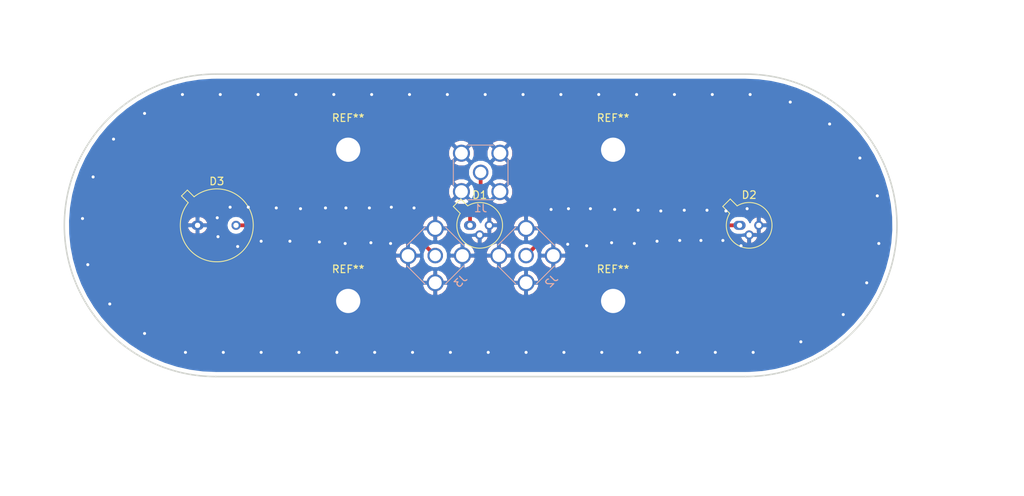
<source format=kicad_pcb>
(kicad_pcb (version 20171130) (host pcbnew 5.0.2-bee76a0~70~ubuntu18.04.1)

  (general
    (thickness 1.6)
    (drawings 7)
    (tracks 91)
    (zones 0)
    (modules 10)
    (nets 5)
  )

  (page A4)
  (layers
    (0 F.Cu signal)
    (31 B.Cu signal)
    (32 B.Adhes user)
    (33 F.Adhes user)
    (34 B.Paste user)
    (35 F.Paste user)
    (36 B.SilkS user)
    (37 F.SilkS user)
    (38 B.Mask user)
    (39 F.Mask user)
    (40 Dwgs.User user)
    (41 Cmts.User user)
    (42 Eco1.User user)
    (43 Eco2.User user)
    (44 Edge.Cuts user)
    (45 Margin user)
    (46 B.CrtYd user)
    (47 F.CrtYd user)
    (48 B.Fab user)
    (49 F.Fab user)
  )

  (setup
    (last_trace_width 0.5)
    (user_trace_width 0.5)
    (user_trace_width 1)
    (user_trace_width 2)
    (trace_clearance 0.2)
    (zone_clearance 0.508)
    (zone_45_only no)
    (trace_min 0.2)
    (segment_width 0.2)
    (edge_width 0.2)
    (via_size 0.8)
    (via_drill 0.4)
    (via_min_size 0.4)
    (via_min_drill 0.3)
    (uvia_size 0.3)
    (uvia_drill 0.1)
    (uvias_allowed no)
    (uvia_min_size 0.2)
    (uvia_min_drill 0.1)
    (pcb_text_width 0.3)
    (pcb_text_size 1.5 1.5)
    (mod_edge_width 0.15)
    (mod_text_size 1 1)
    (mod_text_width 0.15)
    (pad_size 6.4 6.4)
    (pad_drill 3.2)
    (pad_to_mask_clearance 0.051)
    (solder_mask_min_width 0.25)
    (aux_axis_origin 0 0)
    (visible_elements FFFFFF7F)
    (pcbplotparams
      (layerselection 0x010fc_ffffffff)
      (usegerberextensions false)
      (usegerberattributes false)
      (usegerberadvancedattributes false)
      (creategerberjobfile false)
      (excludeedgelayer true)
      (linewidth 0.100000)
      (plotframeref false)
      (viasonmask false)
      (mode 1)
      (useauxorigin false)
      (hpglpennumber 1)
      (hpglpenspeed 20)
      (hpglpendiameter 15.000000)
      (psnegative false)
      (psa4output false)
      (plotreference true)
      (plotvalue true)
      (plotinvisibletext false)
      (padsonsilk false)
      (subtractmaskfromsilk false)
      (outputformat 1)
      (mirror false)
      (drillshape 1)
      (scaleselection 1)
      (outputdirectory ""))
  )

  (net 0 "")
  (net 1 "Net-(D1-Pad1)")
  (net 2 GND)
  (net 3 "Net-(D2-Pad1)")
  (net 4 "Net-(D3-Pad2)")

  (net_class Default "This is the default net class."
    (clearance 0.2)
    (trace_width 0.25)
    (via_dia 0.8)
    (via_drill 0.4)
    (uvia_dia 0.3)
    (uvia_drill 0.1)
    (add_net GND)
    (add_net "Net-(D1-Pad1)")
    (add_net "Net-(D2-Pad1)")
    (add_net "Net-(D3-Pad2)")
  )

  (module MountingHole:MountingHole_3.2mm_M3_Pad (layer F.Cu) (tedit 5DB82576) (tstamp 5DC54261)
    (at 117.5 110)
    (descr "Mounting Hole 3.2mm, M3")
    (tags "mounting hole 3.2mm m3")
    (attr virtual)
    (fp_text reference REF** (at 0 -4.2) (layer F.SilkS)
      (effects (font (size 1 1) (thickness 0.15)))
    )
    (fp_text value MountingHole_3.2mm_M3_Pad (at 0 4.2) (layer F.Fab)
      (effects (font (size 1 1) (thickness 0.15)))
    )
    (fp_text user %R (at 0.3 0) (layer F.Fab)
      (effects (font (size 1 1) (thickness 0.15)))
    )
    (fp_circle (center 0 0) (end 3.2 0) (layer Cmts.User) (width 0.15))
    (fp_circle (center 0 0) (end 3.45 0) (layer F.CrtYd) (width 0.05))
    (pad 1 thru_hole circle (at 0 0) (size 6.4 6.4) (drill 3.2) (layers *.Cu *.Mask)
      (net 2 GND) (zone_connect 2))
  )

  (module MountingHole:MountingHole_3.2mm_M3_Pad (layer F.Cu) (tedit 5DB8255D) (tstamp 5DC54117)
    (at 152.5 110)
    (descr "Mounting Hole 3.2mm, M3")
    (tags "mounting hole 3.2mm m3")
    (attr virtual)
    (fp_text reference REF** (at 0 -4.2) (layer F.SilkS)
      (effects (font (size 1 1) (thickness 0.15)))
    )
    (fp_text value MountingHole_3.2mm_M3_Pad (at 0 4.2) (layer F.Fab)
      (effects (font (size 1 1) (thickness 0.15)))
    )
    (fp_text user %R (at 0.3 0) (layer F.Fab)
      (effects (font (size 1 1) (thickness 0.15)))
    )
    (fp_circle (center 0 0) (end 3.2 0) (layer Cmts.User) (width 0.15))
    (fp_circle (center 0 0) (end 3.45 0) (layer F.CrtYd) (width 0.05))
    (pad 1 thru_hole circle (at 0 0) (size 6.4 6.4) (drill 3.2) (layers *.Cu *.Mask)
      (net 2 GND) (zone_connect 2))
  )

  (module MountingHole:MountingHole_3.2mm_M3_Pad (layer F.Cu) (tedit 5DB82569) (tstamp 5DBA9FFC)
    (at 152.5 90)
    (descr "Mounting Hole 3.2mm, M3")
    (tags "mounting hole 3.2mm m3")
    (attr virtual)
    (fp_text reference REF** (at 0 -4.2) (layer F.SilkS)
      (effects (font (size 1 1) (thickness 0.15)))
    )
    (fp_text value MountingHole_3.2mm_M3_Pad (at 0 4.2) (layer F.Fab)
      (effects (font (size 1 1) (thickness 0.15)))
    )
    (fp_text user %R (at 0.3 0) (layer F.Fab)
      (effects (font (size 1 1) (thickness 0.15)))
    )
    (fp_circle (center 0 0) (end 3.2 0) (layer Cmts.User) (width 0.15))
    (fp_circle (center 0 0) (end 3.45 0) (layer F.CrtYd) (width 0.05))
    (pad 1 thru_hole circle (at 0 0) (size 6.4 6.4) (drill 3.2) (layers *.Cu *.Mask)
      (net 2 GND) (zone_connect 2))
  )

  (module Package_TO_SOT_THT:TO-18-3_Window (layer F.Cu) (tedit 5A02FF81) (tstamp 5DC5310C)
    (at 133.6 100)
    (descr "TO-18-3_Window, Window")
    (tags "TO-18-3_Window Window")
    (path /5DB81EDE)
    (fp_text reference D1 (at 1.27 -4.02) (layer F.SilkS)
      (effects (font (size 1 1) (thickness 0.15)))
    )
    (fp_text value G12183-003K (at 1.27 4.02) (layer F.Fab)
      (effects (font (size 1 1) (thickness 0.15)))
    )
    (fp_text user %R (at 1.27 -4.02) (layer F.Fab)
      (effects (font (size 1 1) (thickness 0.15)))
    )
    (fp_line (start -0.329057 -2.419301) (end -1.156372 -3.246616) (layer F.Fab) (width 0.1))
    (fp_line (start -1.156372 -3.246616) (end -1.976616 -2.426372) (layer F.Fab) (width 0.1))
    (fp_line (start -1.976616 -2.426372) (end -1.149301 -1.599057) (layer F.Fab) (width 0.1))
    (fp_line (start 1.553 -1.98) (end 3.25 -0.283) (layer F.Fab) (width 0.1))
    (fp_line (start 0.987 -1.98) (end 3.25 0.283) (layer F.Fab) (width 0.1))
    (fp_line (start 0.539 -1.862) (end 3.132 0.731) (layer F.Fab) (width 0.1))
    (fp_line (start 0.167 -1.669) (end 2.939 1.103) (layer F.Fab) (width 0.1))
    (fp_line (start -0.145 -1.415) (end 2.685 1.415) (layer F.Fab) (width 0.1))
    (fp_line (start -0.399 -1.103) (end 2.373 1.669) (layer F.Fab) (width 0.1))
    (fp_line (start -0.592 -0.731) (end 2.001 1.862) (layer F.Fab) (width 0.1))
    (fp_line (start -0.71 -0.283) (end 1.553 1.98) (layer F.Fab) (width 0.1))
    (fp_line (start -0.71 0.283) (end 0.987 1.98) (layer F.Fab) (width 0.1))
    (fp_line (start -0.312331 -2.572281) (end -1.224499 -3.484448) (layer F.SilkS) (width 0.12))
    (fp_line (start -1.224499 -3.484448) (end -2.214448 -2.494499) (layer F.SilkS) (width 0.12))
    (fp_line (start -2.214448 -2.494499) (end -1.302281 -1.582331) (layer F.SilkS) (width 0.12))
    (fp_line (start -2.23 -3.5) (end -2.23 3.15) (layer F.CrtYd) (width 0.05))
    (fp_line (start -2.23 3.15) (end 4.42 3.15) (layer F.CrtYd) (width 0.05))
    (fp_line (start 4.42 3.15) (end 4.42 -3.5) (layer F.CrtYd) (width 0.05))
    (fp_line (start 4.42 -3.5) (end -2.23 -3.5) (layer F.CrtYd) (width 0.05))
    (fp_circle (center 1.27 0) (end 3.67 0) (layer F.Fab) (width 0.1))
    (fp_circle (center 1.27 0) (end 3.27 0) (layer F.Fab) (width 0.1))
    (fp_arc (start 1.27 0) (end -0.329057 -2.419301) (angle 336.9) (layer F.Fab) (width 0.1))
    (fp_arc (start 1.27 0) (end -0.312331 -2.572281) (angle 333.2) (layer F.SilkS) (width 0.12))
    (pad 1 thru_hole oval (at 0 0) (size 1.6 1.2) (drill 0.7) (layers *.Cu *.Mask)
      (net 1 "Net-(D1-Pad1)"))
    (pad 2 thru_hole oval (at 1.27 1.27) (size 1.2 1.2) (drill 0.7) (layers *.Cu *.Mask)
      (net 2 GND))
    (pad 3 thru_hole oval (at 2.54 0) (size 1.2 1.2) (drill 0.7) (layers *.Cu *.Mask)
      (net 2 GND))
    (model ${KISYS3DMOD}/Package_TO_SOT_THT.3dshapes/TO-18-3_Window.wrl
      (at (xyz 0 0 0))
      (scale (xyz 1 1 1))
      (rotate (xyz 0 0 0))
    )
  )

  (module Package_TO_SOT_THT:TO-46-3_Window (layer F.Cu) (tedit 5A02FF81) (tstamp 5DC5312B)
    (at 169.2 100)
    (descr "TO-46-3_Window, Window")
    (tags "TO-46-3_Window Window")
    (path /5DB8193F)
    (fp_text reference D2 (at 1.27 -4.02) (layer F.SilkS)
      (effects (font (size 1 1) (thickness 0.15)))
    )
    (fp_text value MTPD1346D-100 (at 1.27 4.02) (layer F.Fab)
      (effects (font (size 1 1) (thickness 0.15)))
    )
    (fp_text user %R (at 1.27 -4.02) (layer F.Fab)
      (effects (font (size 1 1) (thickness 0.15)))
    )
    (fp_line (start -0.329057 -2.419301) (end -1.156372 -3.246616) (layer F.Fab) (width 0.1))
    (fp_line (start -1.156372 -3.246616) (end -1.976616 -2.426372) (layer F.Fab) (width 0.1))
    (fp_line (start -1.976616 -2.426372) (end -1.149301 -1.599057) (layer F.Fab) (width 0.1))
    (fp_line (start 1.553 -1.98) (end 3.25 -0.283) (layer F.Fab) (width 0.1))
    (fp_line (start 0.987 -1.98) (end 3.25 0.283) (layer F.Fab) (width 0.1))
    (fp_line (start 0.539 -1.862) (end 3.132 0.731) (layer F.Fab) (width 0.1))
    (fp_line (start 0.167 -1.669) (end 2.939 1.103) (layer F.Fab) (width 0.1))
    (fp_line (start -0.145 -1.415) (end 2.685 1.415) (layer F.Fab) (width 0.1))
    (fp_line (start -0.399 -1.103) (end 2.373 1.669) (layer F.Fab) (width 0.1))
    (fp_line (start -0.592 -0.731) (end 2.001 1.862) (layer F.Fab) (width 0.1))
    (fp_line (start -0.71 -0.283) (end 1.553 1.98) (layer F.Fab) (width 0.1))
    (fp_line (start -0.71 0.283) (end 0.987 1.98) (layer F.Fab) (width 0.1))
    (fp_line (start -0.312331 -2.572281) (end -1.224499 -3.484448) (layer F.SilkS) (width 0.12))
    (fp_line (start -1.224499 -3.484448) (end -2.214448 -2.494499) (layer F.SilkS) (width 0.12))
    (fp_line (start -2.214448 -2.494499) (end -1.302281 -1.582331) (layer F.SilkS) (width 0.12))
    (fp_line (start -2.23 -3.5) (end -2.23 3.15) (layer F.CrtYd) (width 0.05))
    (fp_line (start -2.23 3.15) (end 4.42 3.15) (layer F.CrtYd) (width 0.05))
    (fp_line (start 4.42 3.15) (end 4.42 -3.5) (layer F.CrtYd) (width 0.05))
    (fp_line (start 4.42 -3.5) (end -2.23 -3.5) (layer F.CrtYd) (width 0.05))
    (fp_circle (center 1.27 0) (end 3.67 0) (layer F.Fab) (width 0.1))
    (fp_circle (center 1.27 0) (end 3.27 0) (layer F.Fab) (width 0.1))
    (fp_arc (start 1.27 0) (end -0.329057 -2.419301) (angle 336.9) (layer F.Fab) (width 0.1))
    (fp_arc (start 1.27 0) (end -0.312331 -2.572281) (angle 333.2) (layer F.SilkS) (width 0.12))
    (pad 1 thru_hole oval (at 0 0) (size 1.6 1.2) (drill 0.7) (layers *.Cu *.Mask)
      (net 3 "Net-(D2-Pad1)"))
    (pad 2 thru_hole oval (at 1.27 1.27) (size 1.2 1.2) (drill 0.7) (layers *.Cu *.Mask)
      (net 2 GND))
    (pad 3 thru_hole oval (at 2.54 0) (size 1.2 1.2) (drill 0.7) (layers *.Cu *.Mask)
      (net 2 GND))
    (model ${KISYS3DMOD}/Package_TO_SOT_THT.3dshapes/TO-46-3_Window.wrl
      (at (xyz 0 0 0))
      (scale (xyz 1 1 1))
      (rotate (xyz 0 0 0))
    )
  )

  (module Package_TO_SOT_THT:TO-5-2_Window (layer F.Cu) (tedit 5A02FF81) (tstamp 5DC5314F)
    (at 97.6 100)
    (descr "TO-5-2_Window, Window")
    (tags "TO-5-2_Window Window")
    (path /5DB832B5)
    (fp_text reference D3 (at 2.54 -5.82) (layer F.SilkS)
      (effects (font (size 1 1) (thickness 0.15)))
    )
    (fp_text value BPW21R (at 2.54 5.82) (layer F.Fab)
      (effects (font (size 1 1) (thickness 0.15)))
    )
    (fp_text user %R (at 2.54 -5.82) (layer F.Fab)
      (effects (font (size 1 1) (thickness 0.15)))
    )
    (fp_line (start -0.465408 -3.61352) (end -1.27151 -4.419621) (layer F.Fab) (width 0.1))
    (fp_line (start -1.27151 -4.419621) (end -1.879621 -3.81151) (layer F.Fab) (width 0.1))
    (fp_line (start -1.879621 -3.81151) (end -1.07352 -3.005408) (layer F.Fab) (width 0.1))
    (fp_line (start 3.864 -2.637) (end 5.177 -1.324) (layer F.Fab) (width 0.1))
    (fp_line (start 3.025 -2.911) (end 5.451 -0.485) (layer F.Fab) (width 0.1))
    (fp_line (start 2.42 -2.948) (end 5.488 0.12) (layer F.Fab) (width 0.1))
    (fp_line (start 1.918 -2.884) (end 5.424 0.622) (layer F.Fab) (width 0.1))
    (fp_line (start 1.482 -2.755) (end 5.295 1.058) (layer F.Fab) (width 0.1))
    (fp_line (start 1.097 -2.574) (end 5.114 1.443) (layer F.Fab) (width 0.1))
    (fp_line (start 0.756 -2.35) (end 4.89 1.784) (layer F.Fab) (width 0.1))
    (fp_line (start 0.454 -2.086) (end 4.626 2.086) (layer F.Fab) (width 0.1))
    (fp_line (start 0.19 -1.784) (end 4.324 2.35) (layer F.Fab) (width 0.1))
    (fp_line (start -0.034 -1.443) (end 3.983 2.574) (layer F.Fab) (width 0.1))
    (fp_line (start -0.215 -1.058) (end 3.598 2.755) (layer F.Fab) (width 0.1))
    (fp_line (start -0.344 -0.622) (end 3.162 2.884) (layer F.Fab) (width 0.1))
    (fp_line (start -0.408 -0.12) (end 2.66 2.948) (layer F.Fab) (width 0.1))
    (fp_line (start -0.371 0.485) (end 2.055 2.911) (layer F.Fab) (width 0.1))
    (fp_line (start -0.097 1.324) (end 1.216 2.637) (layer F.Fab) (width 0.1))
    (fp_line (start -0.457084 -3.774902) (end -1.348039 -4.665856) (layer F.SilkS) (width 0.12))
    (fp_line (start -1.348039 -4.665856) (end -2.125856 -3.888039) (layer F.SilkS) (width 0.12))
    (fp_line (start -2.125856 -3.888039) (end -1.234902 -2.997084) (layer F.SilkS) (width 0.12))
    (fp_line (start -2.41 -4.95) (end -2.41 4.95) (layer F.CrtYd) (width 0.05))
    (fp_line (start -2.41 4.95) (end 7.49 4.95) (layer F.CrtYd) (width 0.05))
    (fp_line (start 7.49 4.95) (end 7.49 -4.95) (layer F.CrtYd) (width 0.05))
    (fp_line (start 7.49 -4.95) (end -2.41 -4.95) (layer F.CrtYd) (width 0.05))
    (fp_circle (center 2.54 0) (end 6.79 0) (layer F.Fab) (width 0.1))
    (fp_circle (center 2.54 0) (end 5.49 0) (layer F.Fab) (width 0.1))
    (fp_arc (start 2.54 0) (end -0.465408 -3.61352) (angle 349.5) (layer F.Fab) (width 0.1))
    (fp_arc (start 2.54 0) (end -0.457084 -3.774902) (angle 346.9) (layer F.SilkS) (width 0.12))
    (pad 1 thru_hole oval (at 0 0) (size 1.6 1.2) (drill 0.7) (layers *.Cu *.Mask)
      (net 2 GND))
    (pad 2 thru_hole oval (at 5.08 0) (size 1.2 1.2) (drill 0.7) (layers *.Cu *.Mask)
      (net 4 "Net-(D3-Pad2)"))
    (model ${KISYS3DMOD}/Package_TO_SOT_THT.3dshapes/TO-5-2_Window.wrl
      (at (xyz 0 0 0))
      (scale (xyz 1 1 1))
      (rotate (xyz 0 0 0))
    )
  )

  (module Connector_Coaxial:SMA_Amphenol_132291-12_Vertical (layer B.Cu) (tedit 5B433F39) (tstamp 5DC53166)
    (at 135 93)
    (descr https://www.amphenolrf.com/downloads/dl/file/id/1688/product/3020/132291_12_customer_drawing.pdf)
    (tags "SMA THT Female Jack Vertical Bulkhead")
    (path /5DB81412)
    (fp_text reference J1 (at 0 4.75) (layer B.SilkS)
      (effects (font (size 1 1) (thickness 0.15)) (justify mirror))
    )
    (fp_text value Conn_Coaxial (at 0 -5) (layer B.Fab)
      (effects (font (size 1 1) (thickness 0.15)) (justify mirror))
    )
    (fp_circle (center 0 0) (end 3.175 0) (layer B.Fab) (width 0.1))
    (fp_line (start 4.17 -4.17) (end -4.17 -4.17) (layer B.CrtYd) (width 0.05))
    (fp_line (start 4.17 -4.17) (end 4.17 4.17) (layer B.CrtYd) (width 0.05))
    (fp_line (start -4.17 4.17) (end -4.17 -4.17) (layer B.CrtYd) (width 0.05))
    (fp_line (start -4.17 4.17) (end 4.17 4.17) (layer B.CrtYd) (width 0.05))
    (fp_line (start -3.5 3.5) (end 3.5 3.5) (layer B.Fab) (width 0.1))
    (fp_line (start -3.5 3.5) (end -3.5 -3.5) (layer B.Fab) (width 0.1))
    (fp_line (start -3.5 -3.5) (end 3.5 -3.5) (layer B.Fab) (width 0.1))
    (fp_line (start 3.5 3.5) (end 3.5 -3.5) (layer B.Fab) (width 0.1))
    (fp_line (start 3.61 1.66) (end 3.61 -1.66) (layer B.SilkS) (width 0.12))
    (fp_text user %R (at 0 0) (layer B.Fab)
      (effects (font (size 1 1) (thickness 0.15)) (justify mirror))
    )
    (fp_line (start -3.61 1.66) (end -3.61 -1.66) (layer B.SilkS) (width 0.12))
    (fp_line (start 1.66 3.61) (end -1.66 3.61) (layer B.SilkS) (width 0.12))
    (fp_line (start 1.66 -3.61) (end -1.66 -3.61) (layer B.SilkS) (width 0.12))
    (pad 1 thru_hole circle (at 0 0) (size 2.05 2.05) (drill 1.5) (layers *.Cu *.Mask)
      (net 1 "Net-(D1-Pad1)"))
    (pad 2 thru_hole circle (at 2.54 -2.54) (size 2.25 2.25) (drill 1.7) (layers *.Cu *.Mask)
      (net 2 GND))
    (pad 2 thru_hole circle (at 2.54 2.54) (size 2.25 2.25) (drill 1.7) (layers *.Cu *.Mask)
      (net 2 GND))
    (pad 2 thru_hole circle (at -2.54 2.54) (size 2.25 2.25) (drill 1.7) (layers *.Cu *.Mask)
      (net 2 GND))
    (pad 2 thru_hole circle (at -2.54 -2.54) (size 2.25 2.25) (drill 1.7) (layers *.Cu *.Mask)
      (net 2 GND))
    (model /home/marcel/PCB/my_components.pretty/TE_Conn_SMA_5-1814832-1.stp
      (offset (xyz 0 0 9.5))
      (scale (xyz 1 1 1))
      (rotate (xyz 0 0 0))
    )
  )

  (module Connector_Coaxial:SMA_Amphenol_132291-12_Vertical (layer B.Cu) (tedit 5B433F39) (tstamp 5DC5317D)
    (at 141 104 45)
    (descr https://www.amphenolrf.com/downloads/dl/file/id/1688/product/3020/132291_12_customer_drawing.pdf)
    (tags "SMA THT Female Jack Vertical Bulkhead")
    (path /5DB81552)
    (fp_text reference J2 (at 0 4.75 45) (layer B.SilkS)
      (effects (font (size 1 1) (thickness 0.15)) (justify mirror))
    )
    (fp_text value Conn_Coaxial (at 0 -5 45) (layer B.Fab)
      (effects (font (size 1 1) (thickness 0.15)) (justify mirror))
    )
    (fp_line (start 1.66 -3.61) (end -1.66 -3.61) (layer B.SilkS) (width 0.12))
    (fp_line (start 1.66 3.61) (end -1.66 3.61) (layer B.SilkS) (width 0.12))
    (fp_line (start -3.61 1.66) (end -3.61 -1.66) (layer B.SilkS) (width 0.12))
    (fp_text user %R (at 0 0 45) (layer B.Fab)
      (effects (font (size 1 1) (thickness 0.15)) (justify mirror))
    )
    (fp_line (start 3.61 1.66) (end 3.61 -1.66) (layer B.SilkS) (width 0.12))
    (fp_line (start 3.5 3.5) (end 3.5 -3.5) (layer B.Fab) (width 0.1))
    (fp_line (start -3.5 -3.5) (end 3.5 -3.5) (layer B.Fab) (width 0.1))
    (fp_line (start -3.5 3.5) (end -3.5 -3.5) (layer B.Fab) (width 0.1))
    (fp_line (start -3.5 3.5) (end 3.5 3.5) (layer B.Fab) (width 0.1))
    (fp_line (start -4.17 4.17) (end 4.17 4.17) (layer B.CrtYd) (width 0.05))
    (fp_line (start -4.17 4.17) (end -4.17 -4.17) (layer B.CrtYd) (width 0.05))
    (fp_line (start 4.17 -4.17) (end 4.17 4.17) (layer B.CrtYd) (width 0.05))
    (fp_line (start 4.17 -4.17) (end -4.17 -4.17) (layer B.CrtYd) (width 0.05))
    (fp_circle (center 0 0) (end 3.175 0) (layer B.Fab) (width 0.1))
    (pad 2 thru_hole circle (at -2.54 -2.54 45) (size 2.25 2.25) (drill 1.7) (layers *.Cu *.Mask)
      (net 2 GND))
    (pad 2 thru_hole circle (at -2.54 2.54 45) (size 2.25 2.25) (drill 1.7) (layers *.Cu *.Mask)
      (net 2 GND))
    (pad 2 thru_hole circle (at 2.54 2.54 45) (size 2.25 2.25) (drill 1.7) (layers *.Cu *.Mask)
      (net 2 GND))
    (pad 2 thru_hole circle (at 2.54 -2.54 45) (size 2.25 2.25) (drill 1.7) (layers *.Cu *.Mask)
      (net 2 GND))
    (pad 1 thru_hole circle (at 0 0 45) (size 2.05 2.05) (drill 1.5) (layers *.Cu *.Mask)
      (net 3 "Net-(D2-Pad1)"))
    (model /home/marcel/PCB/my_components.pretty/TE_Conn_SMA_5-1814832-1.stp
      (offset (xyz 0 0 9.5))
      (scale (xyz 1 1 1))
      (rotate (xyz 0 0 0))
    )
  )

  (module Connector_Coaxial:SMA_Amphenol_132291-12_Vertical (layer B.Cu) (tedit 5B433F39) (tstamp 5DC53194)
    (at 129 104 45)
    (descr https://www.amphenolrf.com/downloads/dl/file/id/1688/product/3020/132291_12_customer_drawing.pdf)
    (tags "SMA THT Female Jack Vertical Bulkhead")
    (path /5DB815B2)
    (fp_text reference J3 (at 0 4.75 45) (layer B.SilkS)
      (effects (font (size 1 1) (thickness 0.15)) (justify mirror))
    )
    (fp_text value Conn_Coaxial (at 0 -5 45) (layer B.Fab)
      (effects (font (size 1 1) (thickness 0.15)) (justify mirror))
    )
    (fp_circle (center 0 0) (end 3.175 0) (layer B.Fab) (width 0.1))
    (fp_line (start 4.17 -4.17) (end -4.17 -4.17) (layer B.CrtYd) (width 0.05))
    (fp_line (start 4.17 -4.17) (end 4.17 4.17) (layer B.CrtYd) (width 0.05))
    (fp_line (start -4.17 4.17) (end -4.17 -4.17) (layer B.CrtYd) (width 0.05))
    (fp_line (start -4.17 4.17) (end 4.17 4.17) (layer B.CrtYd) (width 0.05))
    (fp_line (start -3.5 3.5) (end 3.5 3.5) (layer B.Fab) (width 0.1))
    (fp_line (start -3.5 3.5) (end -3.5 -3.5) (layer B.Fab) (width 0.1))
    (fp_line (start -3.5 -3.5) (end 3.5 -3.5) (layer B.Fab) (width 0.1))
    (fp_line (start 3.5 3.5) (end 3.5 -3.5) (layer B.Fab) (width 0.1))
    (fp_line (start 3.61 1.66) (end 3.61 -1.66) (layer B.SilkS) (width 0.12))
    (fp_text user %R (at 0 0 45) (layer B.Fab)
      (effects (font (size 1 1) (thickness 0.15)) (justify mirror))
    )
    (fp_line (start -3.61 1.66) (end -3.61 -1.66) (layer B.SilkS) (width 0.12))
    (fp_line (start 1.66 3.61) (end -1.66 3.61) (layer B.SilkS) (width 0.12))
    (fp_line (start 1.66 -3.61) (end -1.66 -3.61) (layer B.SilkS) (width 0.12))
    (pad 1 thru_hole circle (at 0 0 45) (size 2.05 2.05) (drill 1.5) (layers *.Cu *.Mask)
      (net 4 "Net-(D3-Pad2)"))
    (pad 2 thru_hole circle (at 2.54 -2.54 45) (size 2.25 2.25) (drill 1.7) (layers *.Cu *.Mask)
      (net 2 GND))
    (pad 2 thru_hole circle (at 2.54 2.54 45) (size 2.25 2.25) (drill 1.7) (layers *.Cu *.Mask)
      (net 2 GND))
    (pad 2 thru_hole circle (at -2.54 2.54 45) (size 2.25 2.25) (drill 1.7) (layers *.Cu *.Mask)
      (net 2 GND))
    (pad 2 thru_hole circle (at -2.54 -2.54 45) (size 2.25 2.25) (drill 1.7) (layers *.Cu *.Mask)
      (net 2 GND))
    (model /home/marcel/PCB/my_components.pretty/TE_Conn_SMA_5-1814832-1.stp
      (offset (xyz 0 0 9.5))
      (scale (xyz 1 1 1))
      (rotate (xyz 0 0 0))
    )
  )

  (module MountingHole:MountingHole_3.2mm_M3_Pad (layer F.Cu) (tedit 5DB82570) (tstamp 5DC540F9)
    (at 117.5 90)
    (descr "Mounting Hole 3.2mm, M3")
    (tags "mounting hole 3.2mm m3")
    (attr virtual)
    (fp_text reference REF** (at 0 -4.2) (layer F.SilkS)
      (effects (font (size 1 1) (thickness 0.15)))
    )
    (fp_text value MountingHole_3.2mm_M3_Pad (at 0 4.2) (layer F.Fab)
      (effects (font (size 1 1) (thickness 0.15)))
    )
    (fp_circle (center 0 0) (end 3.45 0) (layer F.CrtYd) (width 0.05))
    (fp_circle (center 0 0) (end 3.2 0) (layer Cmts.User) (width 0.15))
    (fp_text user %R (at 0.3 0) (layer F.Fab)
      (effects (font (size 1 1) (thickness 0.15)))
    )
    (pad 1 thru_hole circle (at 0 0) (size 6.4 6.4) (drill 3.2) (layers *.Cu *.Mask)
      (net 2 GND) (zone_connect 2))
  )

  (gr_line (start 100 120) (end 170 120) (layer Edge.Cuts) (width 0.2))
  (gr_line (start 100 80) (end 170 80) (layer Edge.Cuts) (width 0.2))
  (gr_arc (start 170 100) (end 170 120) (angle -180) (layer Edge.Cuts) (width 0.2) (tstamp 5DC542C7))
  (gr_arc (start 100 100) (end 100 80) (angle -180) (layer Edge.Cuts) (width 0.2))
  (gr_circle (center 170 100) (end 182.7 100) (layer Dwgs.User) (width 0.2) (tstamp 5DC53A18))
  (gr_circle (center 135 100) (end 147.7 100) (layer Dwgs.User) (width 0.2) (tstamp 5DC53A16))
  (gr_circle (center 100 100) (end 112.7 100) (layer Dwgs.User) (width 0.2))

  (segment (start 133.6 98.8) (end 133.6 100) (width 0.5) (layer F.Cu) (net 1))
  (segment (start 135 93) (end 135 97.4) (width 0.5) (layer F.Cu) (net 1))
  (segment (start 135 97.4) (end 133.6 98.8) (width 0.5) (layer F.Cu) (net 1))
  (via (at 90.6 85.2) (size 0.8) (drill 0.4) (layers F.Cu B.Cu) (net 2))
  (via (at 104.3 97.6) (size 0.8) (drill 0.4) (layers F.Cu B.Cu) (net 2))
  (via (at 101.9 97.6) (size 0.8) (drill 0.4) (layers F.Cu B.Cu) (net 2))
  (via (at 100.2 99) (size 0.8) (drill 0.4) (layers F.Cu B.Cu) (net 2))
  (via (at 100.3 101.5) (size 0.8) (drill 0.4) (layers F.Cu B.Cu) (net 2))
  (via (at 102.9 102.8) (size 0.8) (drill 0.4) (layers F.Cu B.Cu) (net 2))
  (via (at 106 102.1) (size 0.8) (drill 0.4) (layers F.Cu B.Cu) (net 2))
  (via (at 109.8 102.1) (size 0.8) (drill 0.4) (layers F.Cu B.Cu) (net 2))
  (via (at 113.7 102.2) (size 0.8) (drill 0.4) (layers F.Cu B.Cu) (net 2))
  (via (at 108 97.7) (size 0.8) (drill 0.4) (layers F.Cu B.Cu) (net 2))
  (via (at 111.2 97.8) (size 0.8) (drill 0.4) (layers F.Cu B.Cu) (net 2))
  (via (at 114.5 97.7) (size 0.8) (drill 0.4) (layers F.Cu B.Cu) (net 2))
  (via (at 155.8 98) (size 0.8) (drill 0.4) (layers F.Cu B.Cu) (net 2))
  (via (at 158.8 98.1) (size 0.8) (drill 0.4) (layers F.Cu B.Cu) (net 2))
  (via (at 161.9 98) (size 0.8) (drill 0.4) (layers F.Cu B.Cu) (net 2))
  (via (at 164.9 98) (size 0.8) (drill 0.4) (layers F.Cu B.Cu) (net 2))
  (via (at 155.3 102.4) (size 0.8) (drill 0.4) (layers F.Cu B.Cu) (net 2))
  (via (at 158.3 102.1) (size 0.8) (drill 0.4) (layers F.Cu B.Cu) (net 2))
  (via (at 161.3 102) (size 0.8) (drill 0.4) (layers F.Cu B.Cu) (net 2))
  (via (at 164.1 102) (size 0.8) (drill 0.4) (layers F.Cu B.Cu) (net 2))
  (via (at 167 102) (size 0.8) (drill 0.4) (layers F.Cu B.Cu) (net 2))
  (via (at 167.4 98.1) (size 0.8) (drill 0.4) (layers F.Cu B.Cu) (net 2))
  (via (at 170.2 97.8) (size 0.8) (drill 0.4) (layers F.Cu B.Cu) (net 2))
  (via (at 169.4 102.7) (size 0.8) (drill 0.4) (layers F.Cu B.Cu) (net 2))
  (via (at 86.5 88.6) (size 0.8) (drill 0.4) (layers F.Cu B.Cu) (net 2) (tstamp 5DC545B1))
  (via (at 83.8 93.6) (size 0.8) (drill 0.4) (layers F.Cu B.Cu) (net 2) (tstamp 5DC545B2))
  (via (at 82.4 99.1) (size 0.8) (drill 0.4) (layers F.Cu B.Cu) (net 2) (tstamp 5DC545B3))
  (via (at 95.6 82.7) (size 0.8) (drill 0.4) (layers F.Cu B.Cu) (net 2) (tstamp 5DC545B4))
  (via (at 100.6 82.7) (size 0.8) (drill 0.4) (layers F.Cu B.Cu) (net 2) (tstamp 5DC545B5))
  (via (at 105.6 82.7) (size 0.8) (drill 0.4) (layers F.Cu B.Cu) (net 2) (tstamp 5DC545B6))
  (via (at 110.6 82.7) (size 0.8) (drill 0.4) (layers F.Cu B.Cu) (net 2) (tstamp 5DC545B7))
  (via (at 115.6 82.7) (size 0.8) (drill 0.4) (layers F.Cu B.Cu) (net 2) (tstamp 5DC545B8))
  (via (at 120.6 82.7) (size 0.8) (drill 0.4) (layers F.Cu B.Cu) (net 2) (tstamp 5DC545B9))
  (via (at 125.6 82.7) (size 0.8) (drill 0.4) (layers F.Cu B.Cu) (net 2) (tstamp 5DC545BA))
  (via (at 130.6 82.7) (size 0.8) (drill 0.4) (layers F.Cu B.Cu) (net 2) (tstamp 5DC545BB))
  (via (at 135.6 82.7) (size 0.8) (drill 0.4) (layers F.Cu B.Cu) (net 2) (tstamp 5DC545BC))
  (via (at 140.6 82.7) (size 0.8) (drill 0.4) (layers F.Cu B.Cu) (net 2) (tstamp 5DC545BD))
  (via (at 145.6 82.7) (size 0.8) (drill 0.4) (layers F.Cu B.Cu) (net 2) (tstamp 5DC545BE))
  (via (at 150.6 82.7) (size 0.8) (drill 0.4) (layers F.Cu B.Cu) (net 2) (tstamp 5DC545BF))
  (via (at 155.6 82.7) (size 0.8) (drill 0.4) (layers F.Cu B.Cu) (net 2) (tstamp 5DC545C0))
  (via (at 160.6 82.7) (size 0.8) (drill 0.4) (layers F.Cu B.Cu) (net 2) (tstamp 5DC545C1))
  (via (at 165.6 82.7) (size 0.8) (drill 0.4) (layers F.Cu B.Cu) (net 2) (tstamp 5DC545C2))
  (via (at 170.6 82.7) (size 0.8) (drill 0.4) (layers F.Cu B.Cu) (net 2) (tstamp 5DC545C3))
  (via (at 83.1 105.2) (size 0.8) (drill 0.4) (layers F.Cu B.Cu) (net 2) (tstamp 5DC545E6))
  (via (at 86 110.4) (size 0.8) (drill 0.4) (layers F.Cu B.Cu) (net 2) (tstamp 5DC545E7))
  (via (at 90.6 114.3) (size 0.8) (drill 0.4) (layers F.Cu B.Cu) (net 2) (tstamp 5DC545E8))
  (via (at 96 116.8) (size 0.8) (drill 0.4) (layers F.Cu B.Cu) (net 2) (tstamp 5DC545E9))
  (via (at 101 116.8) (size 0.8) (drill 0.4) (layers F.Cu B.Cu) (net 2) (tstamp 5DC545EA))
  (via (at 106 116.8) (size 0.8) (drill 0.4) (layers F.Cu B.Cu) (net 2) (tstamp 5DC545EB))
  (via (at 111 116.8) (size 0.8) (drill 0.4) (layers F.Cu B.Cu) (net 2) (tstamp 5DC545EC))
  (via (at 116 116.8) (size 0.8) (drill 0.4) (layers F.Cu B.Cu) (net 2) (tstamp 5DC545ED))
  (via (at 121 116.8) (size 0.8) (drill 0.4) (layers F.Cu B.Cu) (net 2) (tstamp 5DC545EE))
  (via (at 126 116.8) (size 0.8) (drill 0.4) (layers F.Cu B.Cu) (net 2) (tstamp 5DC545EF))
  (via (at 131 116.8) (size 0.8) (drill 0.4) (layers F.Cu B.Cu) (net 2) (tstamp 5DC545F0))
  (via (at 136 116.8) (size 0.8) (drill 0.4) (layers F.Cu B.Cu) (net 2) (tstamp 5DC545F1))
  (via (at 141 116.8) (size 0.8) (drill 0.4) (layers F.Cu B.Cu) (net 2) (tstamp 5DC545F2))
  (via (at 146 116.8) (size 0.8) (drill 0.4) (layers F.Cu B.Cu) (net 2) (tstamp 5DC545F3))
  (via (at 151 116.8) (size 0.8) (drill 0.4) (layers F.Cu B.Cu) (net 2) (tstamp 5DC545F4))
  (via (at 156 116.8) (size 0.8) (drill 0.4) (layers F.Cu B.Cu) (net 2) (tstamp 5DC545F5))
  (via (at 161 116.8) (size 0.8) (drill 0.4) (layers F.Cu B.Cu) (net 2) (tstamp 5DC545F6))
  (via (at 166 116.8) (size 0.8) (drill 0.4) (layers F.Cu B.Cu) (net 2) (tstamp 5DC545F7))
  (via (at 171 116.8) (size 0.8) (drill 0.4) (layers F.Cu B.Cu) (net 2) (tstamp 5DC545F8))
  (via (at 175.9 83.7) (size 0.8) (drill 0.4) (layers F.Cu B.Cu) (net 2))
  (via (at 181.1 86.6) (size 0.8) (drill 0.4) (layers F.Cu B.Cu) (net 2))
  (via (at 185.1 91.1) (size 0.8) (drill 0.4) (layers F.Cu B.Cu) (net 2))
  (via (at 187.4 96.1) (size 0.8) (drill 0.4) (layers F.Cu B.Cu) (net 2))
  (via (at 187.6 102.4) (size 0.8) (drill 0.4) (layers F.Cu B.Cu) (net 2))
  (via (at 186 107.6) (size 0.8) (drill 0.4) (layers F.Cu B.Cu) (net 2))
  (via (at 182.9 111.8) (size 0.8) (drill 0.4) (layers F.Cu B.Cu) (net 2))
  (via (at 177.3 115.4) (size 0.8) (drill 0.4) (layers F.Cu B.Cu) (net 2))
  (via (at 117.2 97.7) (size 0.8) (drill 0.4) (layers F.Cu B.Cu) (net 2) (tstamp 5DBAA277))
  (via (at 120.3 97.7) (size 0.8) (drill 0.4) (layers F.Cu B.Cu) (net 2) (tstamp 5DBAA279))
  (via (at 123.2 97.6) (size 0.8) (drill 0.4) (layers F.Cu B.Cu) (net 2) (tstamp 5DBAA27B))
  (via (at 126.2 97.7) (size 0.8) (drill 0.4) (layers F.Cu B.Cu) (net 2) (tstamp 5DBAA27D))
  (via (at 117.1 102.4) (size 0.8) (drill 0.4) (layers F.Cu B.Cu) (net 2) (tstamp 5DBAA27F))
  (via (at 120.5 102.3) (size 0.8) (drill 0.4) (layers F.Cu B.Cu) (net 2) (tstamp 5DBAA281))
  (via (at 123.1 102.4) (size 0.8) (drill 0.4) (layers F.Cu B.Cu) (net 2) (tstamp 5DBAA283))
  (via (at 144.3 97.9) (size 0.8) (drill 0.4) (layers F.Cu B.Cu) (net 2) (tstamp 5DBAA285))
  (via (at 146.6 97.8) (size 0.8) (drill 0.4) (layers F.Cu B.Cu) (net 2) (tstamp 5DBAA287))
  (via (at 149.5 97.8) (size 0.8) (drill 0.4) (layers F.Cu B.Cu) (net 2) (tstamp 5DBAA289))
  (via (at 152.7 97.9) (size 0.8) (drill 0.4) (layers F.Cu B.Cu) (net 2) (tstamp 5DBAA28B))
  (via (at 152.3 102.3) (size 0.8) (drill 0.4) (layers F.Cu B.Cu) (net 2) (tstamp 5DBAA28D))
  (via (at 149 102.7) (size 0.8) (drill 0.4) (layers F.Cu B.Cu) (net 2) (tstamp 5DBAA28F))
  (via (at 146.5 102.5) (size 0.8) (drill 0.4) (layers F.Cu B.Cu) (net 2) (tstamp 5DBAA291))
  (segment (start 145 100) (end 141 104) (width 0.5) (layer F.Cu) (net 3))
  (segment (start 169.2 100) (end 145 100) (width 0.5) (layer F.Cu) (net 3))
  (segment (start 125 100) (end 129 104) (width 0.5) (layer F.Cu) (net 4))
  (segment (start 102.68 100) (end 125 100) (width 0.5) (layer F.Cu) (net 4))

  (zone (net 2) (net_name GND) (layer F.Cu) (tstamp 0) (hatch edge 0.508)
    (connect_pads (clearance 1))
    (min_thickness 0.5)
    (fill yes (arc_segments 16) (thermal_gap 0.508) (thermal_bridge_width 0.508))
    (polygon
      (pts
        (xy 77.45 76.75) (xy 197.35 76.85) (xy 198.3 127) (xy 76.7 123.1)
      )
    )
    (filled_polygon
      (pts
        (xy 171.657754 81.425167) (xy 173.302398 81.64607) (xy 174.92088 82.012295) (xy 176.500407 82.520946) (xy 178.028446 83.167987)
        (xy 179.492946 83.948315) (xy 180.882255 84.855723) (xy 182.18542 85.883055) (xy 183.392098 87.022161) (xy 184.492729 88.264013)
        (xy 185.47862 89.598803) (xy 186.341948 91.015939) (xy 187.075881 92.50421) (xy 187.674614 94.05184) (xy 188.133397 95.646553)
        (xy 188.448607 97.275754) (xy 188.617739 98.926506) (xy 188.63946 100.585766) (xy 188.513597 102.240386) (xy 188.241146 103.877266)
        (xy 187.824259 105.483462) (xy 187.266247 107.046227) (xy 186.571526 108.553194) (xy 185.745581 109.992461) (xy 184.794976 111.352589)
        (xy 183.727226 112.62283) (xy 182.550781 113.793131) (xy 181.274964 114.854217) (xy 179.909867 115.797693) (xy 178.466315 116.616079)
        (xy 176.955724 117.302904) (xy 175.390064 117.852725) (xy 173.781712 118.261195) (xy 172.143425 118.525072) (xy 170.466974 118.643771)
        (xy 169.991189 118.65) (xy 100.030042 118.65) (xy 98.342245 118.574833) (xy 96.697602 118.35393) (xy 95.07912 117.987705)
        (xy 93.499593 117.479054) (xy 91.971554 116.832013) (xy 90.507057 116.051686) (xy 89.117737 115.144272) (xy 87.814581 114.116945)
        (xy 86.607902 112.977839) (xy 85.507267 111.735982) (xy 84.521383 110.401202) (xy 83.658052 108.98406) (xy 83.121672 107.896389)
        (xy 127.104377 107.896389) (xy 127.365118 108.59865) (xy 127.874755 109.147673) (xy 128.5557 109.459875) (xy 128.695713 109.487725)
        (xy 128.996 109.322487) (xy 128.996 107.596102) (xy 129.004 107.596102) (xy 129.004 109.322487) (xy 129.304287 109.487725)
        (xy 130.006548 109.226984) (xy 130.555571 108.717347) (xy 130.867773 108.036402) (xy 130.895623 107.896389) (xy 139.104377 107.896389)
        (xy 139.365118 108.59865) (xy 139.874755 109.147673) (xy 140.5557 109.459875) (xy 140.695713 109.487725) (xy 140.996 109.322487)
        (xy 140.996 107.596102) (xy 141.004 107.596102) (xy 141.004 109.322487) (xy 141.304287 109.487725) (xy 142.006548 109.226984)
        (xy 142.555571 108.717347) (xy 142.867773 108.036402) (xy 142.895623 107.896389) (xy 142.730385 107.596102) (xy 141.004 107.596102)
        (xy 140.996 107.596102) (xy 139.269615 107.596102) (xy 139.104377 107.896389) (xy 130.895623 107.896389) (xy 130.730385 107.596102)
        (xy 129.004 107.596102) (xy 128.996 107.596102) (xy 127.269615 107.596102) (xy 127.104377 107.896389) (xy 83.121672 107.896389)
        (xy 82.924118 107.49579) (xy 82.325387 105.948164) (xy 81.866603 104.353444) (xy 81.857093 104.304287) (xy 123.512275 104.304287)
        (xy 123.773016 105.006548) (xy 124.282653 105.555571) (xy 124.963598 105.867773) (xy 125.103611 105.895623) (xy 125.403898 105.730385)
        (xy 125.403898 104.004) (xy 123.677513 104.004) (xy 123.512275 104.304287) (xy 81.857093 104.304287) (xy 81.551393 102.724248)
        (xy 81.382261 101.073493) (xy 81.371041 100.216388) (xy 96.059351 100.216388) (xy 96.14384 100.515989) (xy 96.43692 100.957423)
        (xy 96.87662 101.253098) (xy 97.396 101.358) (xy 97.596 101.358) (xy 97.596 100.004) (xy 97.604 100.004)
        (xy 97.604 101.358) (xy 97.804 101.358) (xy 98.32338 101.253098) (xy 98.76308 100.957423) (xy 99.05616 100.515989)
        (xy 99.140649 100.216388) (xy 98.968493 100.004) (xy 97.604 100.004) (xy 97.596 100.004) (xy 96.231507 100.004)
        (xy 96.059351 100.216388) (xy 81.371041 100.216388) (xy 81.368209 100) (xy 100.793757 100) (xy 100.937339 100.721834)
        (xy 101.346225 101.333775) (xy 101.958166 101.742661) (xy 102.497795 101.85) (xy 102.862205 101.85) (xy 103.401834 101.742661)
        (xy 103.765002 101.5) (xy 124.37868 101.5) (xy 125.015698 102.137018) (xy 124.40135 102.365118) (xy 123.852327 102.874755)
        (xy 123.540125 103.5557) (xy 123.512275 103.695713) (xy 123.677513 103.996) (xy 125.403898 103.996) (xy 125.403898 102.525218)
        (xy 125.411898 102.533218) (xy 125.411898 103.996) (xy 126.725 103.996) (xy 126.725 104.004) (xy 125.411898 104.004)
        (xy 125.411898 105.730385) (xy 125.712185 105.895623) (xy 126.414446 105.634882) (xy 126.963469 105.125245) (xy 126.984578 105.079203)
        (xy 127.071348 105.288684) (xy 127.711316 105.928652) (xy 127.927681 106.018273) (xy 127.444429 106.466857) (xy 127.132227 107.147802)
        (xy 127.104377 107.287815) (xy 127.269615 107.588102) (xy 128.996 107.588102) (xy 128.996 106.275) (xy 129.004 106.275)
        (xy 129.004 107.588102) (xy 130.730385 107.588102) (xy 130.895623 107.287815) (xy 130.634882 106.585554) (xy 130.125245 106.036531)
        (xy 130.079203 106.015422) (xy 130.288684 105.928652) (xy 130.928652 105.288684) (xy 131.018273 105.072319) (xy 131.466857 105.555571)
        (xy 132.147802 105.867773) (xy 132.287815 105.895623) (xy 132.588102 105.730385) (xy 132.588102 104.004) (xy 132.596102 104.004)
        (xy 132.596102 105.730385) (xy 132.896389 105.895623) (xy 133.59865 105.634882) (xy 134.147673 105.125245) (xy 134.459875 104.4443)
        (xy 134.487725 104.304287) (xy 135.512275 104.304287) (xy 135.773016 105.006548) (xy 136.282653 105.555571) (xy 136.963598 105.867773)
        (xy 137.103611 105.895623) (xy 137.403898 105.730385) (xy 137.403898 104.004) (xy 135.677513 104.004) (xy 135.512275 104.304287)
        (xy 134.487725 104.304287) (xy 134.322487 104.004) (xy 132.596102 104.004) (xy 132.588102 104.004) (xy 131.275 104.004)
        (xy 131.275 103.996) (xy 132.588102 103.996) (xy 132.588102 102.269615) (xy 132.596102 102.269615) (xy 132.596102 103.996)
        (xy 134.322487 103.996) (xy 134.487725 103.695713) (xy 135.512275 103.695713) (xy 135.677513 103.996) (xy 137.403898 103.996)
        (xy 137.403898 102.269615) (xy 137.411898 102.269615) (xy 137.411898 103.996) (xy 138.725 103.996) (xy 138.725 104.004)
        (xy 137.411898 104.004) (xy 137.411898 105.730385) (xy 137.712185 105.895623) (xy 138.414446 105.634882) (xy 138.963469 105.125245)
        (xy 138.984578 105.079203) (xy 139.071348 105.288684) (xy 139.711316 105.928652) (xy 139.927681 106.018273) (xy 139.444429 106.466857)
        (xy 139.132227 107.147802) (xy 139.104377 107.287815) (xy 139.269615 107.588102) (xy 140.996 107.588102) (xy 140.996 106.275)
        (xy 141.004 106.275) (xy 141.004 107.588102) (xy 142.730385 107.588102) (xy 142.895623 107.287815) (xy 142.634882 106.585554)
        (xy 142.125245 106.036531) (xy 142.079203 106.015422) (xy 142.288684 105.928652) (xy 142.928652 105.288684) (xy 143.018273 105.072319)
        (xy 143.466857 105.555571) (xy 144.147802 105.867773) (xy 144.287815 105.895623) (xy 144.588102 105.730385) (xy 144.588102 104.004)
        (xy 144.596102 104.004) (xy 144.596102 105.730385) (xy 144.896389 105.895623) (xy 145.59865 105.634882) (xy 146.147673 105.125245)
        (xy 146.459875 104.4443) (xy 146.487725 104.304287) (xy 146.322487 104.004) (xy 144.596102 104.004) (xy 144.588102 104.004)
        (xy 143.275 104.004) (xy 143.275 103.996) (xy 144.588102 103.996) (xy 144.588102 102.533219) (xy 144.596102 102.525219)
        (xy 144.596102 103.996) (xy 146.322487 103.996) (xy 146.487725 103.695713) (xy 146.226984 102.993452) (xy 145.717347 102.444429)
        (xy 145.036402 102.132227) (xy 144.996943 102.124378) (xy 145.621321 101.5) (xy 167.914998 101.5) (xy 168.278166 101.742661)
        (xy 168.817795 101.85) (xy 169.270671 101.85) (xy 169.369008 102.064972) (xy 169.757039 102.42579) (xy 170.253612 102.610649)
        (xy 170.466 102.438494) (xy 170.466 101.512697) (xy 170.474 101.507351) (xy 170.474 102.438494) (xy 170.686388 102.610649)
        (xy 171.182961 102.42579) (xy 171.570992 102.064972) (xy 171.791407 101.583127) (xy 171.810649 101.486388) (xy 171.638493 101.274)
        (xy 171.605837 101.274) (xy 171.615707 101.266) (xy 171.638493 101.266) (xy 171.682144 101.212148) (xy 171.736 101.168494)
        (xy 171.736 101.145706) (xy 171.744 101.135837) (xy 171.744 101.168494) (xy 171.956388 101.340649) (xy 172.452961 101.15579)
        (xy 172.840992 100.794972) (xy 173.061407 100.313127) (xy 173.080649 100.216388) (xy 172.908493 100.004) (xy 171.744 100.004)
        (xy 171.744 100.853237) (xy 171.736 100.835749) (xy 171.736 100.004) (xy 171.716 100.004) (xy 171.716 99.996)
        (xy 171.736 99.996) (xy 171.736 98.831506) (xy 171.744 98.831506) (xy 171.744 99.996) (xy 172.908493 99.996)
        (xy 173.080649 99.783612) (xy 173.061407 99.686873) (xy 172.840992 99.205028) (xy 172.452961 98.84421) (xy 171.956388 98.659351)
        (xy 171.744 98.831506) (xy 171.736 98.831506) (xy 171.523612 98.659351) (xy 171.027039 98.84421) (xy 170.91951 98.944198)
        (xy 170.733775 98.666225) (xy 170.121834 98.257339) (xy 169.582205 98.15) (xy 168.817795 98.15) (xy 168.278166 98.257339)
        (xy 167.914998 98.5) (xy 145.147728 98.5) (xy 144.999999 98.470615) (xy 144.85227 98.5) (xy 144.852267 98.5)
        (xy 144.45537 98.578948) (xy 144.414729 98.587032) (xy 144.043802 98.834877) (xy 144.0438 98.834879) (xy 143.918561 98.918561)
        (xy 143.834879 99.0438) (xy 142.862982 100.015697) (xy 142.634882 99.40135) (xy 142.125245 98.852327) (xy 141.4443 98.540125)
        (xy 141.304287 98.512275) (xy 141.004 98.677513) (xy 141.004 100.403898) (xy 142.474781 100.403898) (xy 142.466781 100.411898)
        (xy 141.004 100.411898) (xy 141.004 101.725) (xy 140.996 101.725) (xy 140.996 100.411898) (xy 139.269615 100.411898)
        (xy 139.104377 100.712185) (xy 139.365118 101.414446) (xy 139.874755 101.963469) (xy 139.920797 101.984578) (xy 139.711316 102.071348)
        (xy 139.071348 102.711316) (xy 138.981727 102.927681) (xy 138.533143 102.444429) (xy 137.852198 102.132227) (xy 137.712185 102.104377)
        (xy 137.411898 102.269615) (xy 137.403898 102.269615) (xy 137.103611 102.104377) (xy 136.40135 102.365118) (xy 135.852327 102.874755)
        (xy 135.540125 103.5557) (xy 135.512275 103.695713) (xy 134.487725 103.695713) (xy 134.226984 102.993452) (xy 133.717347 102.444429)
        (xy 133.036402 102.132227) (xy 132.896389 102.104377) (xy 132.596102 102.269615) (xy 132.588102 102.269615) (xy 132.287815 102.104377)
        (xy 131.585554 102.365118) (xy 131.036531 102.874755) (xy 131.015422 102.920797) (xy 130.928652 102.711316) (xy 130.288684 102.071348)
        (xy 130.072319 101.981727) (xy 130.555571 101.533143) (xy 130.867773 100.852198) (xy 130.895623 100.712185) (xy 130.730385 100.411898)
        (xy 129.004 100.411898) (xy 129.004 101.725) (xy 128.996 101.725) (xy 128.996 100.411898) (xy 127.533218 100.411898)
        (xy 127.525218 100.403898) (xy 128.996 100.403898) (xy 128.996 98.677513) (xy 129.004 98.677513) (xy 129.004 100.403898)
        (xy 130.730385 100.403898) (xy 130.895623 100.103611) (xy 130.634882 99.40135) (xy 130.125245 98.852327) (xy 129.4443 98.540125)
        (xy 129.304287 98.512275) (xy 129.004 98.677513) (xy 128.996 98.677513) (xy 128.695713 98.512275) (xy 127.993452 98.773016)
        (xy 127.444429 99.282653) (xy 127.132227 99.963598) (xy 127.124378 100.003058) (xy 126.165123 99.043803) (xy 126.081439 98.918561)
        (xy 125.585271 98.587032) (xy 125.147733 98.5) (xy 125.147729 98.5) (xy 125 98.470615) (xy 124.852271 98.5)
        (xy 103.765002 98.5) (xy 103.401834 98.257339) (xy 102.862205 98.15) (xy 102.497795 98.15) (xy 101.958166 98.257339)
        (xy 101.346225 98.666225) (xy 100.937339 99.278166) (xy 100.793757 100) (xy 81.368209 100) (xy 81.365376 99.783612)
        (xy 96.059351 99.783612) (xy 96.231507 99.996) (xy 97.596 99.996) (xy 97.596 98.642) (xy 97.604 98.642)
        (xy 97.604 99.996) (xy 98.968493 99.996) (xy 99.140649 99.783612) (xy 99.05616 99.484011) (xy 98.76308 99.042577)
        (xy 98.32338 98.746902) (xy 97.804 98.642) (xy 97.604 98.642) (xy 97.596 98.642) (xy 97.396 98.642)
        (xy 96.87662 98.746902) (xy 96.43692 99.042577) (xy 96.14384 99.484011) (xy 96.059351 99.783612) (xy 81.365376 99.783612)
        (xy 81.36054 99.414234) (xy 81.486404 97.759604) (xy 81.758855 96.122732) (xy 81.831125 95.844286) (xy 130.564377 95.844286)
        (xy 130.825118 96.546547) (xy 130.904429 96.665244) (xy 131.233605 96.760739) (xy 132.454343 95.54) (xy 131.233605 94.319261)
        (xy 130.904429 94.414756) (xy 130.592227 95.095701) (xy 130.564377 95.844286) (xy 81.831125 95.844286) (xy 82.17574 94.51654)
        (xy 82.733753 92.953773) (xy 83.318022 91.686395) (xy 131.239261 91.686395) (xy 131.334756 92.015571) (xy 132.015701 92.327773)
        (xy 132.764286 92.355623) (xy 132.81177 92.337993) (xy 132.725 92.547474) (xy 132.725 93.452526) (xy 132.814621 93.668891)
        (xy 132.155714 93.644377) (xy 131.453453 93.905118) (xy 131.334756 93.984429) (xy 131.239261 94.313605) (xy 132.46 95.534343)
        (xy 132.474142 95.520201) (xy 132.479799 95.525858) (xy 132.465657 95.54) (xy 132.479799 95.554142) (xy 132.474142 95.559799)
        (xy 132.46 95.545657) (xy 131.239261 96.766395) (xy 131.334756 97.095571) (xy 132.015701 97.407773) (xy 132.764286 97.435623)
        (xy 132.889575 97.389105) (xy 132.643803 97.634877) (xy 132.518561 97.718561) (xy 132.187032 98.21473) (xy 132.101975 98.642337)
        (xy 132.066225 98.666225) (xy 131.657339 99.278166) (xy 131.513757 100) (xy 131.657339 100.721834) (xy 132.066225 101.333775)
        (xy 132.678166 101.742661) (xy 133.217795 101.85) (xy 133.670671 101.85) (xy 133.769008 102.064972) (xy 134.157039 102.42579)
        (xy 134.653612 102.610649) (xy 134.866 102.438494) (xy 134.866 101.512697) (xy 134.874 101.507351) (xy 134.874 102.438494)
        (xy 135.086388 102.610649) (xy 135.582961 102.42579) (xy 135.970992 102.064972) (xy 136.191407 101.583127) (xy 136.210649 101.486388)
        (xy 136.038493 101.274) (xy 136.005837 101.274) (xy 136.015707 101.266) (xy 136.038493 101.266) (xy 136.082144 101.212148)
        (xy 136.136 101.168494) (xy 136.136 101.145706) (xy 136.144 101.135837) (xy 136.144 101.168494) (xy 136.356388 101.340649)
        (xy 136.852961 101.15579) (xy 137.240992 100.794972) (xy 137.461407 100.313127) (xy 137.480649 100.216388) (xy 137.389235 100.103611)
        (xy 139.104377 100.103611) (xy 139.269615 100.403898) (xy 140.996 100.403898) (xy 140.996 98.677513) (xy 140.695713 98.512275)
        (xy 139.993452 98.773016) (xy 139.444429 99.282653) (xy 139.132227 99.963598) (xy 139.104377 100.103611) (xy 137.389235 100.103611)
        (xy 137.308493 100.004) (xy 136.144 100.004) (xy 136.144 100.853237) (xy 136.136 100.835749) (xy 136.136 100.004)
        (xy 136.116 100.004) (xy 136.116 99.996) (xy 136.136 99.996) (xy 136.136 98.831506) (xy 136.144 98.831506)
        (xy 136.144 99.996) (xy 137.308493 99.996) (xy 137.480649 99.783612) (xy 137.461407 99.686873) (xy 137.240992 99.205028)
        (xy 136.852961 98.84421) (xy 136.356388 98.659351) (xy 136.144 98.831506) (xy 136.136 98.831506) (xy 135.923612 98.659351)
        (xy 135.825413 98.695907) (xy 135.956199 98.565121) (xy 136.081439 98.481439) (xy 136.165121 98.3562) (xy 136.165123 98.356198)
        (xy 136.412968 97.985271) (xy 136.419327 97.9533) (xy 136.5 97.547733) (xy 136.5 97.547729) (xy 136.529385 97.4)
        (xy 136.5 97.252271) (xy 136.5 97.134654) (xy 137.095701 97.407773) (xy 137.844286 97.435623) (xy 138.546547 97.174882)
        (xy 138.665244 97.095571) (xy 138.760739 96.766395) (xy 137.54 95.545657) (xy 137.525858 95.559799) (xy 137.520201 95.554142)
        (xy 137.534343 95.54) (xy 137.545657 95.54) (xy 138.766395 96.760739) (xy 139.095571 96.665244) (xy 139.407773 95.984299)
        (xy 139.435623 95.235714) (xy 139.174882 94.533453) (xy 139.095571 94.414756) (xy 138.766395 94.319261) (xy 137.545657 95.54)
        (xy 137.534343 95.54) (xy 137.520201 95.525858) (xy 137.525858 95.520201) (xy 137.54 95.534343) (xy 138.760739 94.313605)
        (xy 138.665244 93.984429) (xy 137.984299 93.672227) (xy 137.235714 93.644377) (xy 137.18823 93.662007) (xy 137.275 93.452526)
        (xy 137.275 92.547474) (xy 137.185379 92.331109) (xy 137.844286 92.355623) (xy 138.546547 92.094882) (xy 138.665244 92.015571)
        (xy 138.760739 91.686395) (xy 137.54 90.465657) (xy 137.525858 90.479799) (xy 137.520201 90.474142) (xy 137.534343 90.46)
        (xy 137.545657 90.46) (xy 138.766395 91.680739) (xy 139.095571 91.585244) (xy 139.407773 90.904299) (xy 139.435623 90.155714)
        (xy 139.174882 89.453453) (xy 139.095571 89.334756) (xy 138.766395 89.239261) (xy 137.545657 90.46) (xy 137.534343 90.46)
        (xy 136.313605 89.239261) (xy 135.984429 89.334756) (xy 135.672227 90.015701) (xy 135.644377 90.764286) (xy 135.662007 90.81177)
        (xy 135.452526 90.725) (xy 134.547474 90.725) (xy 134.331109 90.814621) (xy 134.355623 90.155714) (xy 134.094882 89.453453)
        (xy 134.015571 89.334756) (xy 133.686395 89.239261) (xy 132.465657 90.46) (xy 132.479799 90.474142) (xy 132.474142 90.479799)
        (xy 132.46 90.465657) (xy 131.239261 91.686395) (xy 83.318022 91.686395) (xy 83.428474 91.446806) (xy 83.820147 90.764286)
        (xy 130.564377 90.764286) (xy 130.825118 91.466547) (xy 130.904429 91.585244) (xy 131.233605 91.680739) (xy 132.454343 90.46)
        (xy 131.233605 89.239261) (xy 130.904429 89.334756) (xy 130.592227 90.015701) (xy 130.564377 90.764286) (xy 83.820147 90.764286)
        (xy 84.254409 90.007554) (xy 84.795328 89.233605) (xy 131.239261 89.233605) (xy 132.46 90.454343) (xy 133.680739 89.233605)
        (xy 136.319261 89.233605) (xy 137.54 90.454343) (xy 138.760739 89.233605) (xy 138.665244 88.904429) (xy 137.984299 88.592227)
        (xy 137.235714 88.564377) (xy 136.533453 88.825118) (xy 136.414756 88.904429) (xy 136.319261 89.233605) (xy 133.680739 89.233605)
        (xy 133.585244 88.904429) (xy 132.904299 88.592227) (xy 132.155714 88.564377) (xy 131.453453 88.825118) (xy 131.334756 88.904429)
        (xy 131.239261 89.233605) (xy 84.795328 89.233605) (xy 85.205024 88.647411) (xy 86.272769 87.377175) (xy 87.449219 86.206869)
        (xy 88.725037 85.145783) (xy 90.090121 84.202314) (xy 91.533677 83.383925) (xy 93.044285 82.697092) (xy 94.609939 82.147274)
        (xy 96.21829 81.738805) (xy 97.856575 81.474928) (xy 99.533026 81.356229) (xy 100.008811 81.35) (xy 169.969958 81.35)
      )
    )
    (filled_polygon
      (pts
        (xy 171.344578 101.274) (xy 170.773715 101.274) (xy 170.779061 101.266) (xy 171.323088 101.266)
      )
    )
    (filled_polygon
      (pts
        (xy 135.744578 101.274) (xy 135.173715 101.274) (xy 135.179061 101.266) (xy 135.723088 101.266)
      )
    )
  )
  (zone (net 2) (net_name GND) (layer B.Cu) (tstamp 0) (hatch edge 0.508)
    (connect_pads (clearance 0.508))
    (min_thickness 0.254)
    (fill yes (arc_segments 16) (thermal_gap 0.508) (thermal_bridge_width 0.508))
    (polygon
      (pts
        (xy 71.85 70.2) (xy 204.35 72.2) (xy 206.8 135.8) (xy 71.5 127.4)
      )
    )
    (filled_polygon
      (pts
        (xy 171.712486 80.811995) (xy 173.4114 81.040187) (xy 175.083327 81.418506) (xy 176.714994 81.943948) (xy 178.293479 82.61235)
        (xy 179.80631 83.418431) (xy 181.241497 84.355803) (xy 182.587672 85.417042) (xy 183.834181 86.593748) (xy 184.97115 87.8766)
        (xy 185.989582 89.255447) (xy 186.881413 90.719371) (xy 187.639573 92.256769) (xy 188.25807 93.855487) (xy 188.731997 95.502844)
        (xy 189.057612 97.185821) (xy 189.232327 98.891068) (xy 189.254765 100.605101) (xy 189.124747 102.314348) (xy 188.843303 104.005256)
        (xy 188.412655 105.664474) (xy 187.836221 107.278831) (xy 187.118566 108.835546) (xy 186.265359 110.322319) (xy 185.28338 111.727338)
        (xy 184.180374 113.039523) (xy 182.965096 114.248454) (xy 181.647159 115.344569) (xy 180.237008 116.319185) (xy 178.7458 117.16459)
        (xy 177.185344 117.874087) (xy 175.567996 118.44206) (xy 173.906542 118.864015) (xy 172.214191 119.136601) (xy 170.492739 119.258486)
        (xy 169.99519 119.265) (xy 100.016354 119.265) (xy 98.287514 119.188005) (xy 96.5886 118.959813) (xy 94.916673 118.581494)
        (xy 93.285019 118.056057) (xy 91.70652 117.38765) (xy 90.19369 116.581569) (xy 88.758503 115.644197) (xy 87.412328 114.582958)
        (xy 86.165819 113.406252) (xy 85.02885 112.1234) (xy 84.010421 110.744558) (xy 83.118587 109.280629) (xy 82.485845 107.997553)
        (xy 127.251925 107.997553) (xy 127.540149 108.635649) (xy 128.050622 109.114875) (xy 128.594549 109.340177) (xy 128.873 109.222894)
        (xy 128.873 107.719102) (xy 129.127 107.719102) (xy 129.127 109.222894) (xy 129.405451 109.340177) (xy 130.043547 109.051953)
        (xy 130.522773 108.54148) (xy 130.748075 107.997553) (xy 139.251925 107.997553) (xy 139.540149 108.635649) (xy 140.050622 109.114875)
        (xy 140.594549 109.340177) (xy 140.873 109.222894) (xy 140.873 107.719102) (xy 141.127 107.719102) (xy 141.127 109.222894)
        (xy 141.405451 109.340177) (xy 142.043547 109.051953) (xy 142.522773 108.54148) (xy 142.748075 107.997553) (xy 142.630792 107.719102)
        (xy 141.127 107.719102) (xy 140.873 107.719102) (xy 139.369208 107.719102) (xy 139.251925 107.997553) (xy 130.748075 107.997553)
        (xy 130.630792 107.719102) (xy 129.127 107.719102) (xy 128.873 107.719102) (xy 127.369208 107.719102) (xy 127.251925 107.997553)
        (xy 82.485845 107.997553) (xy 82.360429 107.743236) (xy 82.145103 107.186651) (xy 127.251925 107.186651) (xy 127.369208 107.465102)
        (xy 128.873 107.465102) (xy 128.873 105.96131) (xy 129.127 105.96131) (xy 129.127 107.465102) (xy 130.630792 107.465102)
        (xy 130.748075 107.186651) (xy 139.251925 107.186651) (xy 139.369208 107.465102) (xy 140.873 107.465102) (xy 140.873 105.96131)
        (xy 141.127 105.96131) (xy 141.127 107.465102) (xy 142.630792 107.465102) (xy 142.748075 107.186651) (xy 142.459851 106.548555)
        (xy 141.949378 106.069329) (xy 141.405451 105.844027) (xy 141.127 105.96131) (xy 140.873 105.96131) (xy 140.594549 105.844027)
        (xy 139.956453 106.132251) (xy 139.477227 106.642724) (xy 139.251925 107.186651) (xy 130.748075 107.186651) (xy 130.459851 106.548555)
        (xy 129.949378 106.069329) (xy 129.405451 105.844027) (xy 129.127 105.96131) (xy 128.873 105.96131) (xy 128.594549 105.844027)
        (xy 127.956453 106.132251) (xy 127.477227 106.642724) (xy 127.251925 107.186651) (xy 82.145103 107.186651) (xy 81.74193 106.144513)
        (xy 81.268003 104.497156) (xy 81.250261 104.405451) (xy 123.659823 104.405451) (xy 123.948047 105.043547) (xy 124.45852 105.522773)
        (xy 125.002447 105.748075) (xy 125.280898 105.630792) (xy 125.280898 104.127) (xy 125.534898 104.127) (xy 125.534898 105.630792)
        (xy 125.813349 105.748075) (xy 126.451445 105.459851) (xy 126.930671 104.949378) (xy 127.155973 104.405451) (xy 127.03869 104.127)
        (xy 125.534898 104.127) (xy 125.280898 104.127) (xy 123.777106 104.127) (xy 123.659823 104.405451) (xy 81.250261 104.405451)
        (xy 81.093371 103.594549) (xy 123.659823 103.594549) (xy 123.777106 103.873) (xy 125.280898 103.873) (xy 125.280898 102.369208)
        (xy 125.534898 102.369208) (xy 125.534898 103.873) (xy 127.03869 103.873) (xy 127.124274 103.669806) (xy 127.34 103.669806)
        (xy 127.34 104.330194) (xy 127.59272 104.940314) (xy 128.059686 105.40728) (xy 128.669806 105.66) (xy 129.330194 105.66)
        (xy 129.940314 105.40728) (xy 130.40728 104.940314) (xy 130.628827 104.405451) (xy 130.844027 104.405451) (xy 131.132251 105.043547)
        (xy 131.642724 105.522773) (xy 132.186651 105.748075) (xy 132.465102 105.630792) (xy 132.465102 104.127) (xy 132.719102 104.127)
        (xy 132.719102 105.630792) (xy 132.997553 105.748075) (xy 133.635649 105.459851) (xy 134.114875 104.949378) (xy 134.340177 104.405451)
        (xy 135.659823 104.405451) (xy 135.948047 105.043547) (xy 136.45852 105.522773) (xy 137.002447 105.748075) (xy 137.280898 105.630792)
        (xy 137.280898 104.127) (xy 137.534898 104.127) (xy 137.534898 105.630792) (xy 137.813349 105.748075) (xy 138.451445 105.459851)
        (xy 138.930671 104.949378) (xy 139.155973 104.405451) (xy 139.03869 104.127) (xy 137.534898 104.127) (xy 137.280898 104.127)
        (xy 135.777106 104.127) (xy 135.659823 104.405451) (xy 134.340177 104.405451) (xy 134.222894 104.127) (xy 132.719102 104.127)
        (xy 132.465102 104.127) (xy 130.96131 104.127) (xy 130.844027 104.405451) (xy 130.628827 104.405451) (xy 130.66 104.330194)
        (xy 130.66 103.669806) (xy 130.628828 103.594549) (xy 130.844027 103.594549) (xy 130.96131 103.873) (xy 132.465102 103.873)
        (xy 132.465102 102.369208) (xy 132.719102 102.369208) (xy 132.719102 103.873) (xy 134.222894 103.873) (xy 134.340177 103.594549)
        (xy 135.659823 103.594549) (xy 135.777106 103.873) (xy 137.280898 103.873) (xy 137.280898 102.369208) (xy 137.534898 102.369208)
        (xy 137.534898 103.873) (xy 139.03869 103.873) (xy 139.124274 103.669806) (xy 139.34 103.669806) (xy 139.34 104.330194)
        (xy 139.59272 104.940314) (xy 140.059686 105.40728) (xy 140.669806 105.66) (xy 141.330194 105.66) (xy 141.940314 105.40728)
        (xy 142.40728 104.940314) (xy 142.628827 104.405451) (xy 142.844027 104.405451) (xy 143.132251 105.043547) (xy 143.642724 105.522773)
        (xy 144.186651 105.748075) (xy 144.465102 105.630792) (xy 144.465102 104.127) (xy 144.719102 104.127) (xy 144.719102 105.630792)
        (xy 144.997553 105.748075) (xy 145.635649 105.459851) (xy 146.114875 104.949378) (xy 146.340177 104.405451) (xy 146.222894 104.127)
        (xy 144.719102 104.127) (xy 144.465102 104.127) (xy 142.96131 104.127) (xy 142.844027 104.405451) (xy 142.628827 104.405451)
        (xy 142.66 104.330194) (xy 142.66 103.669806) (xy 142.628828 103.594549) (xy 142.844027 103.594549) (xy 142.96131 103.873)
        (xy 144.465102 103.873) (xy 144.465102 102.369208) (xy 144.719102 102.369208) (xy 144.719102 103.873) (xy 146.222894 103.873)
        (xy 146.340177 103.594549) (xy 146.051953 102.956453) (xy 145.54148 102.477227) (xy 144.997553 102.251925) (xy 144.719102 102.369208)
        (xy 144.465102 102.369208) (xy 144.186651 102.251925) (xy 143.548555 102.540149) (xy 143.069329 103.050622) (xy 142.844027 103.594549)
        (xy 142.628828 103.594549) (xy 142.40728 103.059686) (xy 141.940314 102.59272) (xy 141.330194 102.34) (xy 140.669806 102.34)
        (xy 140.059686 102.59272) (xy 139.59272 103.059686) (xy 139.34 103.669806) (xy 139.124274 103.669806) (xy 139.155973 103.594549)
        (xy 138.867749 102.956453) (xy 138.357276 102.477227) (xy 137.813349 102.251925) (xy 137.534898 102.369208) (xy 137.280898 102.369208)
        (xy 137.002447 102.251925) (xy 136.364351 102.540149) (xy 135.885125 103.050622) (xy 135.659823 103.594549) (xy 134.340177 103.594549)
        (xy 134.051953 102.956453) (xy 133.54148 102.477227) (xy 132.997553 102.251925) (xy 132.719102 102.369208) (xy 132.465102 102.369208)
        (xy 132.186651 102.251925) (xy 131.548555 102.540149) (xy 131.069329 103.050622) (xy 130.844027 103.594549) (xy 130.628828 103.594549)
        (xy 130.40728 103.059686) (xy 129.940314 102.59272) (xy 129.330194 102.34) (xy 128.669806 102.34) (xy 128.059686 102.59272)
        (xy 127.59272 103.059686) (xy 127.34 103.669806) (xy 127.124274 103.669806) (xy 127.155973 103.594549) (xy 126.867749 102.956453)
        (xy 126.357276 102.477227) (xy 125.813349 102.251925) (xy 125.534898 102.369208) (xy 125.280898 102.369208) (xy 125.002447 102.251925)
        (xy 124.364351 102.540149) (xy 123.885125 103.050622) (xy 123.659823 103.594549) (xy 81.093371 103.594549) (xy 80.942388 102.814181)
        (xy 80.767673 101.108932) (xy 80.757314 100.317609) (xy 96.206538 100.317609) (xy 96.212526 100.360161) (xy 96.440745 100.787172)
        (xy 96.815002 101.094343) (xy 97.278319 101.23491) (xy 97.473 101.079991) (xy 97.473 100.127) (xy 97.727 100.127)
        (xy 97.727 101.079991) (xy 97.921681 101.23491) (xy 98.384998 101.094343) (xy 98.759255 100.787172) (xy 98.987474 100.360161)
        (xy 98.993462 100.317609) (xy 98.868731 100.127) (xy 97.727 100.127) (xy 97.473 100.127) (xy 96.331269 100.127)
        (xy 96.206538 100.317609) (xy 80.757314 100.317609) (xy 80.753157 100) (xy 101.420805 100) (xy 101.516656 100.481873)
        (xy 101.789615 100.890385) (xy 102.198127 101.163344) (xy 102.558364 101.235) (xy 102.801636 101.235) (xy 103.161873 101.163344)
        (xy 103.570385 100.890385) (xy 103.621858 100.813349) (xy 127.251925 100.813349) (xy 127.540149 101.451445) (xy 128.050622 101.930671)
        (xy 128.594549 102.155973) (xy 128.873 102.03869) (xy 128.873 100.534898) (xy 129.127 100.534898) (xy 129.127 102.03869)
        (xy 129.405451 102.155973) (xy 130.043547 101.867749) (xy 130.306539 101.587609) (xy 133.676538 101.587609) (xy 133.801503 101.889327)
        (xy 134.119844 102.25108) (xy 134.552389 102.463472) (xy 134.743 102.339714) (xy 134.743 101.397) (xy 134.997 101.397)
        (xy 134.997 102.339714) (xy 135.187611 102.463472) (xy 135.620156 102.25108) (xy 135.938497 101.889327) (xy 136.063462 101.587609)
        (xy 135.938731 101.397) (xy 134.997 101.397) (xy 134.743 101.397) (xy 133.801269 101.397) (xy 133.676538 101.587609)
        (xy 130.306539 101.587609) (xy 130.522773 101.357276) (xy 130.748075 100.813349) (xy 130.630792 100.534898) (xy 129.127 100.534898)
        (xy 128.873 100.534898) (xy 127.369208 100.534898) (xy 127.251925 100.813349) (xy 103.621858 100.813349) (xy 103.843344 100.481873)
        (xy 103.938708 100.002447) (xy 127.251925 100.002447) (xy 127.369208 100.280898) (xy 128.873 100.280898) (xy 128.873 98.777106)
        (xy 129.127 98.777106) (xy 129.127 100.280898) (xy 130.630792 100.280898) (xy 130.748075 100.002447) (xy 130.74697 100)
        (xy 132.140805 100) (xy 132.236656 100.481873) (xy 132.509615 100.890385) (xy 132.918127 101.163344) (xy 133.278364 101.235)
        (xy 133.921636 101.235) (xy 134.281873 101.163344) (xy 134.31232 101.143) (xy 134.743 101.143) (xy 134.743 101.123)
        (xy 134.997 101.123) (xy 134.997 101.143) (xy 135.719601 101.143) (xy 135.822389 101.193472) (xy 135.900126 101.143)
        (xy 135.938731 101.143) (xy 135.96725 101.099418) (xy 136.013 101.069714) (xy 136.013 101.029505) (xy 136.063462 100.952391)
        (xy 136.013 100.830555) (xy 136.013 100.127) (xy 136.267 100.127) (xy 136.267 101.069714) (xy 136.457611 101.193472)
        (xy 136.890156 100.98108) (xy 137.037758 100.813349) (xy 139.251925 100.813349) (xy 139.540149 101.451445) (xy 140.050622 101.930671)
        (xy 140.594549 102.155973) (xy 140.873 102.03869) (xy 140.873 100.534898) (xy 141.127 100.534898) (xy 141.127 102.03869)
        (xy 141.405451 102.155973) (xy 142.043547 101.867749) (xy 142.306539 101.587609) (xy 169.276538 101.587609) (xy 169.401503 101.889327)
        (xy 169.719844 102.25108) (xy 170.152389 102.463472) (xy 170.343 102.339714) (xy 170.343 101.397) (xy 170.597 101.397)
        (xy 170.597 102.339714) (xy 170.787611 102.463472) (xy 171.220156 102.25108) (xy 171.538497 101.889327) (xy 171.663462 101.587609)
        (xy 171.538731 101.397) (xy 170.597 101.397) (xy 170.343 101.397) (xy 169.401269 101.397) (xy 169.276538 101.587609)
        (xy 142.306539 101.587609) (xy 142.522773 101.357276) (xy 142.748075 100.813349) (xy 142.630792 100.534898) (xy 141.127 100.534898)
        (xy 140.873 100.534898) (xy 139.369208 100.534898) (xy 139.251925 100.813349) (xy 137.037758 100.813349) (xy 137.208497 100.619327)
        (xy 137.333462 100.317609) (xy 137.208731 100.127) (xy 136.267 100.127) (xy 136.013 100.127) (xy 135.993 100.127)
        (xy 135.993 100.002447) (xy 139.251925 100.002447) (xy 139.369208 100.280898) (xy 140.873 100.280898) (xy 140.873 98.777106)
        (xy 141.127 98.777106) (xy 141.127 100.280898) (xy 142.630792 100.280898) (xy 142.748075 100.002447) (xy 142.74697 100)
        (xy 167.740805 100) (xy 167.836656 100.481873) (xy 168.109615 100.890385) (xy 168.518127 101.163344) (xy 168.878364 101.235)
        (xy 169.521636 101.235) (xy 169.881873 101.163344) (xy 169.91232 101.143) (xy 170.343 101.143) (xy 170.343 101.123)
        (xy 170.597 101.123) (xy 170.597 101.143) (xy 171.319601 101.143) (xy 171.422389 101.193472) (xy 171.500126 101.143)
        (xy 171.538731 101.143) (xy 171.56725 101.099418) (xy 171.613 101.069714) (xy 171.613 101.029505) (xy 171.663462 100.952391)
        (xy 171.613 100.830555) (xy 171.613 100.127) (xy 171.867 100.127) (xy 171.867 101.069714) (xy 172.057611 101.193472)
        (xy 172.490156 100.98108) (xy 172.808497 100.619327) (xy 172.933462 100.317609) (xy 172.808731 100.127) (xy 171.867 100.127)
        (xy 171.613 100.127) (xy 171.593 100.127) (xy 171.593 99.873) (xy 171.613 99.873) (xy 171.613 98.930286)
        (xy 171.867 98.930286) (xy 171.867 99.873) (xy 172.808731 99.873) (xy 172.933462 99.682391) (xy 172.808497 99.380673)
        (xy 172.490156 99.01892) (xy 172.057611 98.806528) (xy 171.867 98.930286) (xy 171.613 98.930286) (xy 171.422389 98.806528)
        (xy 170.989844 99.01892) (xy 170.671503 99.380673) (xy 170.579965 99.601685) (xy 170.563344 99.518127) (xy 170.290385 99.109615)
        (xy 169.881873 98.836656) (xy 169.521636 98.765) (xy 168.878364 98.765) (xy 168.518127 98.836656) (xy 168.109615 99.109615)
        (xy 167.836656 99.518127) (xy 167.740805 100) (xy 142.74697 100) (xy 142.459851 99.364351) (xy 141.949378 98.885125)
        (xy 141.405451 98.659823) (xy 141.127 98.777106) (xy 140.873 98.777106) (xy 140.594549 98.659823) (xy 139.956453 98.948047)
        (xy 139.477227 99.45852) (xy 139.251925 100.002447) (xy 135.993 100.002447) (xy 135.993 99.873) (xy 136.013 99.873)
        (xy 136.013 98.930286) (xy 136.267 98.930286) (xy 136.267 99.873) (xy 137.208731 99.873) (xy 137.333462 99.682391)
        (xy 137.208497 99.380673) (xy 136.890156 99.01892) (xy 136.457611 98.806528) (xy 136.267 98.930286) (xy 136.013 98.930286)
        (xy 135.822389 98.806528) (xy 135.389844 99.01892) (xy 135.071503 99.380673) (xy 134.979965 99.601685) (xy 134.963344 99.518127)
        (xy 134.690385 99.109615) (xy 134.281873 98.836656) (xy 133.921636 98.765) (xy 133.278364 98.765) (xy 132.918127 98.836656)
        (xy 132.509615 99.109615) (xy 132.236656 99.518127) (xy 132.140805 100) (xy 130.74697 100) (xy 130.459851 99.364351)
        (xy 129.949378 98.885125) (xy 129.405451 98.659823) (xy 129.127 98.777106) (xy 128.873 98.777106) (xy 128.594549 98.659823)
        (xy 127.956453 98.948047) (xy 127.477227 99.45852) (xy 127.251925 100.002447) (xy 103.938708 100.002447) (xy 103.939195 100)
        (xy 103.843344 99.518127) (xy 103.570385 99.109615) (xy 103.161873 98.836656) (xy 102.801636 98.765) (xy 102.558364 98.765)
        (xy 102.198127 98.836656) (xy 101.789615 99.109615) (xy 101.516656 99.518127) (xy 101.420805 100) (xy 80.753157 100)
        (xy 80.748999 99.682391) (xy 96.206538 99.682391) (xy 96.331269 99.873) (xy 97.473 99.873) (xy 97.473 98.920009)
        (xy 97.727 98.920009) (xy 97.727 99.873) (xy 98.868731 99.873) (xy 98.993462 99.682391) (xy 98.987474 99.639839)
        (xy 98.759255 99.212828) (xy 98.384998 98.905657) (xy 97.921681 98.76509) (xy 97.727 98.920009) (xy 97.473 98.920009)
        (xy 97.278319 98.76509) (xy 96.815002 98.905657) (xy 96.440745 99.212828) (xy 96.212526 99.639839) (xy 96.206538 99.682391)
        (xy 80.748999 99.682391) (xy 80.745235 99.394898) (xy 80.875254 97.685642) (xy 81.025503 96.782947) (xy 131.396658 96.782947)
        (xy 131.510621 97.062773) (xy 132.165629 97.31017) (xy 132.865451 97.288075) (xy 133.409379 97.062773) (xy 133.523342 96.782947)
        (xy 136.476658 96.782947) (xy 136.590621 97.062773) (xy 137.245629 97.31017) (xy 137.945451 97.288075) (xy 138.489379 97.062773)
        (xy 138.603342 96.782947) (xy 137.54 95.719605) (xy 136.476658 96.782947) (xy 133.523342 96.782947) (xy 132.46 95.719605)
        (xy 131.396658 96.782947) (xy 81.025503 96.782947) (xy 81.156697 95.99474) (xy 81.351128 95.245629) (xy 130.68983 95.245629)
        (xy 130.711925 95.945451) (xy 130.937227 96.489379) (xy 131.217053 96.603342) (xy 132.280395 95.54) (xy 132.639605 95.54)
        (xy 133.702947 96.603342) (xy 133.982773 96.489379) (xy 134.23017 95.834371) (xy 134.211583 95.245629) (xy 135.76983 95.245629)
        (xy 135.791925 95.945451) (xy 136.017227 96.489379) (xy 136.297053 96.603342) (xy 137.360395 95.54) (xy 137.719605 95.54)
        (xy 138.782947 96.603342) (xy 139.062773 96.489379) (xy 139.31017 95.834371) (xy 139.288075 95.134549) (xy 139.062773 94.590621)
        (xy 138.782947 94.476658) (xy 137.719605 95.54) (xy 137.360395 95.54) (xy 136.297053 94.476658) (xy 136.017227 94.590621)
        (xy 135.76983 95.245629) (xy 134.211583 95.245629) (xy 134.208075 95.134549) (xy 133.982773 94.590621) (xy 133.702947 94.476658)
        (xy 132.639605 95.54) (xy 132.280395 95.54) (xy 131.217053 94.476658) (xy 130.937227 94.590621) (xy 130.68983 95.245629)
        (xy 81.351128 95.245629) (xy 81.587345 94.335526) (xy 81.601082 94.297053) (xy 131.396658 94.297053) (xy 132.46 95.360395)
        (xy 133.523342 94.297053) (xy 133.409379 94.017227) (xy 132.754371 93.76983) (xy 132.054549 93.791925) (xy 131.510621 94.017227)
        (xy 131.396658 94.297053) (xy 81.601082 94.297053) (xy 82.163779 92.721169) (xy 82.187457 92.669806) (xy 133.34 92.669806)
        (xy 133.34 93.330194) (xy 133.59272 93.940314) (xy 134.059686 94.40728) (xy 134.669806 94.66) (xy 135.330194 94.66)
        (xy 135.940314 94.40728) (xy 136.050541 94.297053) (xy 136.476658 94.297053) (xy 137.54 95.360395) (xy 138.603342 94.297053)
        (xy 138.489379 94.017227) (xy 137.834371 93.76983) (xy 137.134549 93.791925) (xy 136.590621 94.017227) (xy 136.476658 94.297053)
        (xy 136.050541 94.297053) (xy 136.40728 93.940314) (xy 136.66 93.330194) (xy 136.66 92.669806) (xy 136.40728 92.059686)
        (xy 136.050541 91.702947) (xy 136.476658 91.702947) (xy 136.590621 91.982773) (xy 137.245629 92.23017) (xy 137.945451 92.208075)
        (xy 138.489379 91.982773) (xy 138.603342 91.702947) (xy 137.54 90.639605) (xy 136.476658 91.702947) (xy 136.050541 91.702947)
        (xy 135.940314 91.59272) (xy 135.330194 91.34) (xy 134.669806 91.34) (xy 134.059686 91.59272) (xy 133.59272 92.059686)
        (xy 133.34 92.669806) (xy 82.187457 92.669806) (xy 82.633185 91.702947) (xy 131.396658 91.702947) (xy 131.510621 91.982773)
        (xy 132.165629 92.23017) (xy 132.865451 92.208075) (xy 133.409379 91.982773) (xy 133.523342 91.702947) (xy 132.46 90.639605)
        (xy 131.396658 91.702947) (xy 82.633185 91.702947) (xy 82.881434 91.164454) (xy 83.454624 90.165629) (xy 130.68983 90.165629)
        (xy 130.711925 90.865451) (xy 130.937227 91.409379) (xy 131.217053 91.523342) (xy 132.280395 90.46) (xy 132.639605 90.46)
        (xy 133.702947 91.523342) (xy 133.982773 91.409379) (xy 134.23017 90.754371) (xy 134.211583 90.165629) (xy 135.76983 90.165629)
        (xy 135.791925 90.865451) (xy 136.017227 91.409379) (xy 136.297053 91.523342) (xy 137.360395 90.46) (xy 137.719605 90.46)
        (xy 138.782947 91.523342) (xy 139.062773 91.409379) (xy 139.31017 90.754371) (xy 139.288075 90.054549) (xy 139.062773 89.510621)
        (xy 138.782947 89.396658) (xy 137.719605 90.46) (xy 137.360395 90.46) (xy 136.297053 89.396658) (xy 136.017227 89.510621)
        (xy 135.76983 90.165629) (xy 134.211583 90.165629) (xy 134.208075 90.054549) (xy 133.982773 89.510621) (xy 133.702947 89.396658)
        (xy 132.639605 90.46) (xy 132.280395 90.46) (xy 131.217053 89.396658) (xy 130.937227 89.510621) (xy 130.68983 90.165629)
        (xy 83.454624 90.165629) (xy 83.734641 89.677681) (xy 84.056577 89.217053) (xy 131.396658 89.217053) (xy 132.46 90.280395)
        (xy 133.523342 89.217053) (xy 136.476658 89.217053) (xy 137.54 90.280395) (xy 138.603342 89.217053) (xy 138.489379 88.937227)
        (xy 137.834371 88.68983) (xy 137.134549 88.711925) (xy 136.590621 88.937227) (xy 136.476658 89.217053) (xy 133.523342 89.217053)
        (xy 133.409379 88.937227) (xy 132.754371 88.68983) (xy 132.054549 88.711925) (xy 131.510621 88.937227) (xy 131.396658 89.217053)
        (xy 84.056577 89.217053) (xy 84.71663 88.272649) (xy 85.819626 86.960477) (xy 87.034899 85.751551) (xy 88.352841 84.655431)
        (xy 89.762992 83.680814) (xy 91.254205 82.835408) (xy 92.814666 82.125909) (xy 94.432007 81.557939) (xy 96.093457 81.135985)
        (xy 97.785809 80.863399) (xy 99.507261 80.741514) (xy 100.00481 80.735) (xy 169.983646 80.735)
      )
    )
  )
)

</source>
